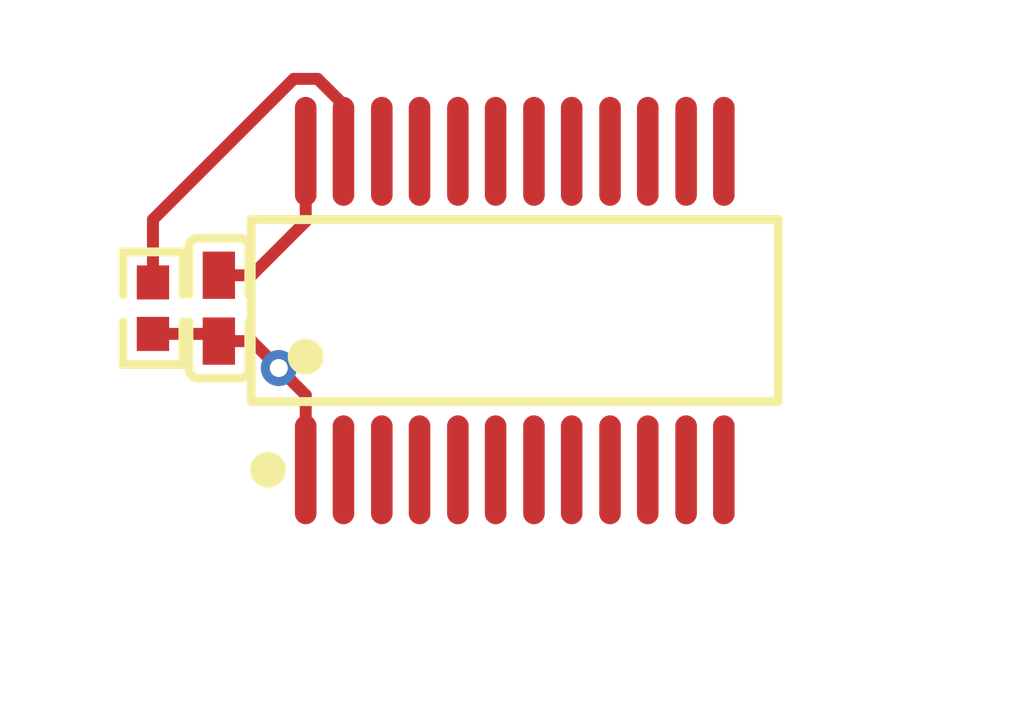
<source format=kicad_pcb>
(kicad_pcb (version 20241229) (generator "pcbnew") (generator_version "9.0")
  (layers (0 "F.Cu" signal) (2 "B.Cu" signal) (13 "F.Paste" user) (15 "B.Paste" user) (5 "F.SilkS" user "F.Silkscreen") (7 "B.SilkS" user "B.Silkscreen") (1 "F.Mask" user) (3 "B.Mask" user) (25 "Edge.Cuts" user))
  (net 0 "")
  (net 1 "OUT5")
  (net 2 "OUT8")
  (net 3 "OUT13")
  (net 4 "OUT10")
  (net 5 "OUT2")
  (net 6 "OUT14")
  (net 7 "hv")
  (net 8 "LE")
  (net 9 "SDO")
  (net 10 "OUT4")
  (net 11 "OUT0")
  (net 12 "OUT3")
  (net 13 "OUT6")
  (net 14 "REXT")
  (net 15 "GCLK")
  (net 16 "OUT1")
  (net 17 "OUT9")
  (net 18 "gnd")
  (net 19 "OUT12")
  (net 20 "OUT15")
  (net 21 "OUT11")
  (net 22 "SDI")
  (net 23 "DCLK")
  (net 24 "OUT7")
  (footprint "Samsung_Electro_Mechanics_CL05B104KO5NNNC:C0402" (layer "F.Cu") (at 145.1 100 -90)
    (property "Reference" "C1" (hide yes))
    (property "Value" "100nF ±10% 16V X7R")
    (fp_line (start -0.23 0.5) (end -1.02 0.5) (stroke (width 0.15)) (layer "F.SilkS"))
    (fp_line (start 0.23 0.5) (end 1.02 0.5) (stroke (width 0.15)) (layer "F.SilkS"))
    (fp_line (start -1.17 0.35) (end -1.17 -0.35) (stroke (width 0.15)) (layer "F.SilkS"))
    (fp_line (start 1.17 0.35) (end 1.17 -0.35) (stroke (width 0.15)) (layer "F.SilkS"))
    (fp_line (start -1.02 -0.5) (end -0.23 -0.5) (stroke (width 0.15)) (layer "F.SilkS"))
    (fp_line (start 1.02 -0.5) (end 0.23 -0.5) (stroke (width 0.15)) (layer "F.SilkS"))
    (fp_arc (start -1.02 0.5) (mid -1.126066 0.456066) (end -1.17 0.35) (stroke (width 0.15)) (layer "F.SilkS"))
    (fp_arc (start 1.17 0.35) (mid 1.126066 0.456066) (end 1.02 0.5) (stroke (width 0.15)) (layer "F.SilkS"))
    (fp_arc (start -1.17 -0.35) (mid -1.126066 -0.456066) (end -1.02 -0.5) (stroke (width 0.15)) (layer "F.SilkS"))
    (fp_arc (start 1.02 -0.5) (mid 1.126066 -0.456066) (end 1.17 -0.35) (stroke (width 0.15)) (layer "F.SilkS"))
    (pad "1" smd rect (at -0.55 0 270) (size 0.79 0.54) (layers "F.Cu" "F.Mask" "F.Paste") (net 7 "hv"))
    (pad "2" smd rect (at 0.55 0 270) (size 0.79 0.54) (layers "F.Cu" "F.Mask" "F.Paste") (net 18 "gnd"))
  )
  (footprint "VO_SCR0402F309R:R0402" (layer "F.Cu") (at 144 100 -90)
    (property "Reference" "R1" (hide yes))
    (property "Value" "309Ω ±1% 62.5mW")
    (fp_line (start -0.94 0.5) (end -0.94 -0.5) (stroke (width 0.15)) (layer "F.SilkS"))
    (fp_line (start -0.23 0.5) (end -0.94 0.5) (stroke (width 0.15)) (layer "F.SilkS"))
    (fp_line (start 0.23 0.5) (end 0.94 0.5) (stroke (width 0.15)) (layer "F.SilkS"))
    (fp_line (start 0.94 0.5) (end 0.94 -0.5) (stroke (width 0.15)) (layer "F.SilkS"))
    (fp_line (start -0.94 -0.5) (end -0.23 -0.5) (stroke (width 0.15)) (layer "F.SilkS"))
    (fp_line (start 0.94 -0.5) (end 0.23 -0.5) (stroke (width 0.15)) (layer "F.SilkS"))
    (pad "1" smd rect (at -0.43 0 270) (size 0.57 0.54) (layers "F.Cu" "F.Mask" "F.Paste") (net 14 "REXT"))
    (pad "2" smd rect (at 0.43 0 270) (size 0.57 0.54) (layers "F.Cu" "F.Mask" "F.Paste") (net 18 "gnd"))
  )
  (footprint "MBI_MBI5043GP_A:SSOP-24_L8.8-W4.0-P0.64-LS6.2-BL" (layer "F.Cu") (at 150.04 100.04 0)
    (property "Reference" "U1" (hide yes))
    (property "Value" "")
    (fp_line (start -4.4 -1.52) (end 4.4 -1.52) (stroke (width 0.15)) (layer "F.SilkS"))
    (fp_line (start -4.4 1.52) (end -4.4 -1.52) (stroke (width 0.15)) (layer "F.SilkS"))
    (fp_line (start 4.4 -1.52) (end 4.4 1.52) (stroke (width 0.15)) (layer "F.SilkS"))
    (fp_line (start 4.4 1.52) (end -4.4 1.52) (stroke (width 0.15)) (layer "F.SilkS"))
    (fp_circle (center -4.12 2.66) (end -3.97 2.66) (stroke (width 0.3)) (fill no) (layer "F.SilkS"))
    (fp_circle (center -3.49 0.77) (end -3.34 0.77) (stroke (width 0.3)) (fill no) (layer "F.SilkS"))
    (pad "1" smd oval (at -3.49 2.66 0) (size 0.36 1.82) (layers "F.Cu" "F.Mask" "F.Paste") (net 18 "gnd"))
    (pad "2" smd oval (at -2.86 2.66 0) (size 0.36 1.82) (layers "F.Cu" "F.Mask" "F.Paste") (net 22 "SDI"))
    (pad "3" smd oval (at -2.22 2.66 0) (size 0.36 1.82) (layers "F.Cu" "F.Mask" "F.Paste") (net 23 "DCLK"))
    (pad "4" smd oval (at -1.59 2.66 0) (size 0.36 1.82) (layers "F.Cu" "F.Mask" "F.Paste") (net 8 "LE"))
    (pad "5" smd oval (at -0.95 2.66 0) (size 0.36 1.82) (layers "F.Cu" "F.Mask" "F.Paste") (net 11 "OUT0"))
    (pad "6" smd oval (at -0.32 2.66 0) (size 0.36 1.82) (layers "F.Cu" "F.Mask" "F.Paste") (net 16 "OUT1"))
    (pad "7" smd oval (at 0.32 2.66 0) (size 0.36 1.82) (layers "F.Cu" "F.Mask" "F.Paste") (net 5 "OUT2"))
    (pad "8" smd oval (at 0.95 2.66 0) (size 0.36 1.82) (layers "F.Cu" "F.Mask" "F.Paste") (net 12 "OUT3"))
    (pad "9" smd oval (at 1.59 2.66 0) (size 0.36 1.82) (layers "F.Cu" "F.Mask" "F.Paste") (net 10 "OUT4"))
    (pad "10" smd oval (at 2.22 2.66 0) (size 0.36 1.82) (layers "F.Cu" "F.Mask" "F.Paste") (net 1 "OUT5"))
    (pad "11" smd oval (at 2.86 2.66 0) (size 0.36 1.82) (layers "F.Cu" "F.Mask" "F.Paste") (net 13 "OUT6"))
    (pad "12" smd oval (at 3.49 2.66 0) (size 0.36 1.82) (layers "F.Cu" "F.Mask" "F.Paste") (net 24 "OUT7"))
    (pad "13" smd oval (at 3.49 -2.66 0) (size 0.36 1.82) (layers "F.Cu" "F.Mask" "F.Paste") (net 2 "OUT8"))
    (pad "14" smd oval (at 2.86 -2.66 0) (size 0.36 1.82) (layers "F.Cu" "F.Mask" "F.Paste") (net 17 "OUT9"))
    (pad "15" smd oval (at 2.22 -2.66 0) (size 0.36 1.82) (layers "F.Cu" "F.Mask" "F.Paste") (net 4 "OUT10"))
    (pad "16" smd oval (at 1.59 -2.66 0) (size 0.36 1.82) (layers "F.Cu" "F.Mask" "F.Paste") (net 21 "OUT11"))
    (pad "17" smd oval (at 0.95 -2.66 0) (size 0.36 1.82) (layers "F.Cu" "F.Mask" "F.Paste") (net 19 "OUT12"))
    (pad "18" smd oval (at 0.32 -2.66 0) (size 0.36 1.82) (layers "F.Cu" "F.Mask" "F.Paste") (net 3 "OUT13"))
    (pad "19" smd oval (at -0.32 -2.66 0) (size 0.36 1.82) (layers "F.Cu" "F.Mask" "F.Paste") (net 6 "OUT14"))
    (pad "20" smd oval (at -0.95 -2.66 0) (size 0.36 1.82) (layers "F.Cu" "F.Mask" "F.Paste") (net 20 "OUT15"))
    (pad "21" smd oval (at -1.59 -2.66 0) (size 0.36 1.82) (layers "F.Cu" "F.Mask" "F.Paste") (net 15 "GCLK"))
    (pad "22" smd oval (at -2.22 -2.66 0) (size 0.36 1.82) (layers "F.Cu" "F.Mask" "F.Paste") (net 9 "SDO"))
    (pad "23" smd oval (at -2.86 -2.66 0) (size 0.36 1.82) (layers "F.Cu" "F.Mask" "F.Paste") (net 14 "REXT"))
    (pad "24" smd oval (at -3.49 -2.66 0) (size 0.36 1.82) (layers "F.Cu" "F.Mask" "F.Paste") (net 7 "hv"))
  )
  (via (at 146.1 101) (size 0.6) (drill 0.3) (layers "F.Cu" "B.Cu") (net 18))
  (segment (start 145.65 99.45) (end 145.1 99.45) (width 0.2) (net 7) (layer "F.Cu"))
  (segment (start 146.55 98.55) (end 145.65 99.45) (width 0.2) (net 7) (layer "F.Cu"))
  (segment (start 146.55 97.38) (end 146.55 98.55) (width 0.2) (net 7) (layer "F.Cu"))
  (segment (start 144 99.57) (end 144 98.519763) (width 0.2) (net 14) (layer "F.Cu"))
  (segment (start 144 98.519763) (end 146.350763 96.169) (width 0.2) (net 14) (layer "F.Cu"))
  (segment (start 147.18 96.599763) (end 147.18 97.38) (width 0.2) (net 14) (layer "F.Cu"))
  (segment (start 146.350763 96.169) (end 146.749237 96.169) (width 0.2) (net 14) (layer "F.Cu"))
  (segment (start 146.749237 96.169) (end 147.18 96.599763) (width 0.2) (net 14) (layer "F.Cu"))
  (segment (start 144 100.43) (end 144.98 100.43) (width 0.2) (net 18) (layer "F.Cu"))
  (segment (start 146.55 102.7) (end 146.55 101.45) (width 0.2) (net 18) (layer "F.Cu"))
  (segment (start 144.98 100.43) (end 145.1 100.55) (width 0.2) (net 18) (layer "F.Cu"))
  (segment (start 146.1 101) (end 145.65 100.55) (width 0.2) (net 18) (layer "F.Cu"))
  (segment (start 146.55 101.45) (end 146.1 101) (width 0.2) (net 18) (layer "F.Cu"))
  (segment (start 145.65 100.55) (end 145.1 100.55) (width 0.2) (net 18) (layer "F.Cu"))
)
</source>
